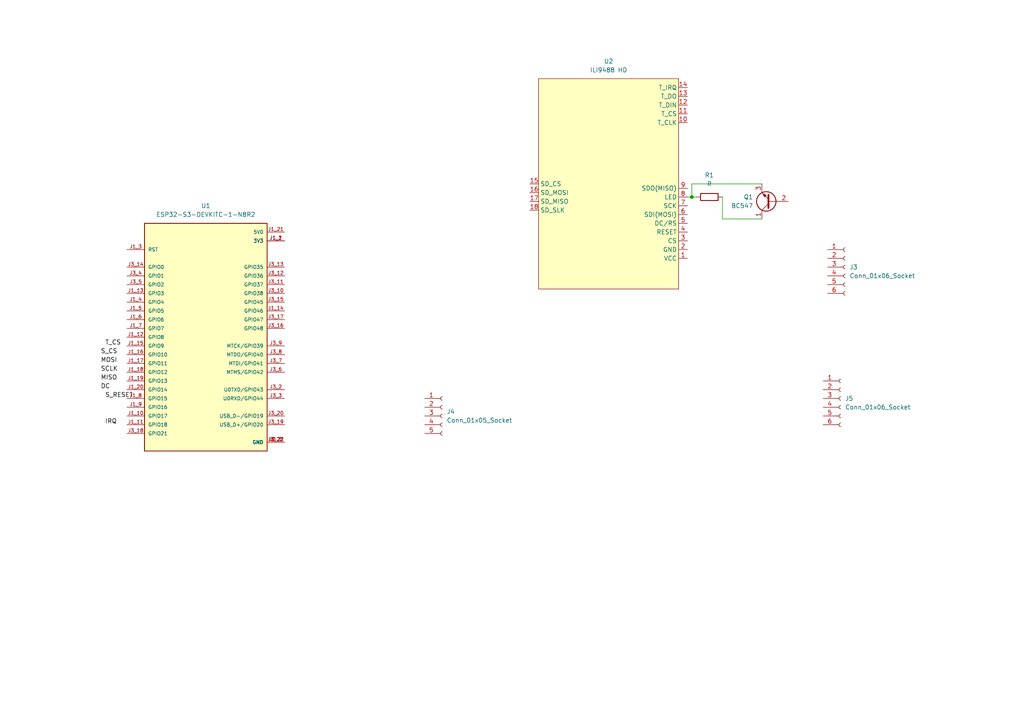
<source format=kicad_sch>
(kicad_sch (version 20250114) (generator "eeschema") (generator_version "9.0")
  (paper "A4")
  (lib_symbols
    (symbol "Connector:Conn_01x05_Socket" (pin_names (offset 1.016) (hide yes))
      (property "Reference" "J" (at 0 7.62 0))
      (property "Value" "Conn_01x05_Socket" (at 0 -7.62 0))
      (symbol "Conn_01x05_Socket_1_1"
        (polyline (pts (xy -1.27 5.08) (xy -0.508 5.08)) (stroke (width 0.1524)))
        (polyline (pts (xy -1.27 2.54) (xy -0.508 2.54)) (stroke (width 0.1524)))
        (polyline (pts (xy -1.27 0) (xy -0.508 0)) (stroke (width 0.1524)))
        (polyline (pts (xy -1.27 -2.54) (xy -0.508 -2.54)) (stroke (width 0.1524)))
        (polyline (pts (xy -1.27 -5.08) (xy -0.508 -5.08)) (stroke (width 0.1524)))
        (arc (start 0 4.572) (mid -0.5058 5.08) (end 0 5.588) (stroke (width 0.1524)))
        (arc (start 0 2.032) (mid -0.5058 2.54) (end 0 3.048) (stroke (width 0.1524)))
        (arc (start 0 -0.508) (mid -0.5058 0) (end 0 0.508) (stroke (width 0.1524)))
        (arc (start 0 -3.048) (mid -0.5058 -2.54) (end 0 -2.032) (stroke (width 0.1524)))
        (arc (start 0 -5.588) (mid -0.5058 -5.08) (end 0 -4.572) (stroke (width 0.1524)))
        (pin passive line (at -5.08 5.08 0) (length 3.81) (name "Pin_1") (number "1"))
        (pin passive line (at -5.08 2.54 0) (length 3.81) (name "Pin_2") (number "2"))
        (pin passive line (at -5.08 0 0) (length 3.81) (name "Pin_3") (number "3"))
        (pin passive line (at -5.08 -2.54 0) (length 3.81) (name "Pin_4") (number "4"))
        (pin passive line (at -5.08 -5.08 0) (length 3.81) (name "Pin_5") (number "5"))
      )
    )
    (symbol "Connector:Conn_01x06_Socket" (pin_names (offset 1.016) (hide yes))
      (property "Reference" "J" (at 0 7.62 0))
      (property "Value" "Conn_01x06_Socket" (at 0 -10.16 0))
      (symbol "Conn_01x06_Socket_1_1"
        (polyline (pts (xy -1.27 5.08) (xy -0.508 5.08)) (stroke (width 0.1524)))
        (polyline (pts (xy -1.27 2.54) (xy -0.508 2.54)) (stroke (width 0.1524)))
        (polyline (pts (xy -1.27 0) (xy -0.508 0)) (stroke (width 0.1524)))
        (polyline (pts (xy -1.27 -2.54) (xy -0.508 -2.54)) (stroke (width 0.1524)))
        (polyline (pts (xy -1.27 -5.08) (xy -0.508 -5.08)) (stroke (width 0.1524)))
        (polyline (pts (xy -1.27 -7.62) (xy -0.508 -7.62)) (stroke (width 0.1524)))
        (arc (start 0 4.572) (mid -0.5058 5.08) (end 0 5.588) (stroke (width 0.1524)))
        (arc (start 0 2.032) (mid -0.5058 2.54) (end 0 3.048) (stroke (width 0.1524)))
        (arc (start 0 -0.508) (mid -0.5058 0) (end 0 0.508) (stroke (width 0.1524)))
        (arc (start 0 -3.048) (mid -0.5058 -2.54) (end 0 -2.032) (stroke (width 0.1524)))
        (arc (start 0 -5.588) (mid -0.5058 -5.08) (end 0 -4.572) (stroke (width 0.1524)))
        (arc (start 0 -8.128) (mid -0.5058 -7.62) (end 0 -7.112) (stroke (width 0.1524)))
        (pin passive line (at -5.08 5.08 0) (length 3.81) (name "Pin_1") (number "1"))
        (pin passive line (at -5.08 2.54 0) (length 3.81) (name "Pin_2") (number "2"))
        (pin passive line (at -5.08 0 0) (length 3.81) (name "Pin_3") (number "3"))
        (pin passive line (at -5.08 -2.54 0) (length 3.81) (name "Pin_4") (number "4"))
        (pin passive line (at -5.08 -5.08 0) (length 3.81) (name "Pin_5") (number "5"))
        (pin passive line (at -5.08 -7.62 0) (length 3.81) (name "Pin_6") (number "6"))
      )
    )
    (symbol "Device:R" (pin_numbers (hide yes)) (pin_names (offset 0))
      (property "Reference" "R" (at 2.032 0 90))
      (property "Value" "R" (at 0 0 90))
      (symbol "R_0_1"
        (rectangle (start -1.016 -2.54) (end 1.016 2.54) (stroke (width 0.254)))
      )
      (symbol "R_1_1"
        (pin passive line (at 0 3.81 270) (length 1.27) (name "~") (number "1"))
        (pin passive line (at 0 -3.81 90) (length 1.27) (name "~") (number "2"))
      )
    )
    (symbol "ESP32-S3-DEVKITC-1-N8R2:ESP32-S3-DEVKITC-1-N8R2" (pin_names (offset 1.016))
      (property "Reference" "U" (at -17.78 35.56 0))
      (property "Value" "ESP32-S3-DEVKITC-1-N8R2" (at -17.78 -35.56 0))
      (symbol "ESP32-S3-DEVKITC-1-N8R2_0_0"
        (rectangle (start -17.78 -33.02) (end 17.78 33.02) (stroke (width 0.254)) (fill (type background)))
        (pin input line (at -22.86 25.4 0) (length 5.08) (name "RST") (number "J1_3"))
        (pin bidirectional line (at -22.86 20.32 0) (length 5.08) (name "GPIO0") (number "J3_14"))
        (pin bidirectional line (at -22.86 17.78 0) (length 5.08) (name "GPIO1") (number "J3_4"))
        (pin bidirectional line (at -22.86 15.24 0) (length 5.08) (name "GPIO2") (number "J3_5"))
        (pin bidirectional line (at -22.86 12.7 0) (length 5.08) (name "GPIO3") (number "J1_13"))
        (pin bidirectional line (at -22.86 10.16 0) (length 5.08) (name "GPIO4") (number "J1_4"))
        (pin bidirectional line (at -22.86 7.62 0) (length 5.08) (name "GPIO5") (number "J1_5"))
        (pin bidirectional line (at -22.86 5.08 0) (length 5.08) (name "GPIO6") (number "J1_6"))
        (pin bidirectional line (at -22.86 2.54 0) (length 5.08) (name "GPIO7") (number "J1_7"))
        (pin bidirectional line (at -22.86 0 0) (length 5.08) (name "GPIO8") (number "J1_12"))
        (pin bidirectional line (at -22.86 -2.54 0) (length 5.08) (name "GPIO9") (number "J1_15"))
        (pin bidirectional line (at -22.86 -5.08 0) (length 5.08) (name "GPIO10") (number "J1_16"))
        (pin bidirectional line (at -22.86 -7.62 0) (length 5.08) (name "GPIO11") (number "J1_17"))
        (pin bidirectional line (at -22.86 -10.16 0) (length 5.08) (name "GPIO12") (number "J1_18"))
        (pin bidirectional line (at -22.86 -12.7 0) (length 5.08) (name "GPIO13") (number "J1_19"))
        (pin bidirectional line (at -22.86 -15.24 0) (length 5.08) (name "GPIO14") (number "J1_20"))
        (pin bidirectional line (at -22.86 -17.78 0) (length 5.08) (name "GPIO15") (number "J1_8"))
        (pin bidirectional line (at -22.86 -20.32 0) (length 5.08) (name "GPIO16") (number "J1_9"))
        (pin bidirectional line (at -22.86 -22.86 0) (length 5.08) (name "GPIO17") (number "J1_10"))
        (pin bidirectional line (at -22.86 -25.4 0) (length 5.08) (name "GPIO18") (number "J1_11"))
        (pin bidirectional line (at -22.86 -27.94 0) (length 5.08) (name "GPIO21") (number "J3_18"))
        (pin power_in line (at 22.86 30.48 180) (length 5.08) (name "5V0") (number "J1_21"))
        (pin power_in line (at 22.86 27.94 180) (length 5.08) (name "3V3") (number "J1_1"))
        (pin power_in line (at 22.86 27.94 180) (length 5.08) (name "3V3") (number "J1_2"))
        (pin bidirectional line (at 22.86 20.32 180) (length 5.08) (name "GPIO35") (number "J3_13"))
        (pin bidirectional line (at 22.86 17.78 180) (length 5.08) (name "GPIO36") (number "J3_12"))
        (pin bidirectional line (at 22.86 15.24 180) (length 5.08) (name "GPIO37") (number "J3_11"))
        (pin bidirectional line (at 22.86 12.7 180) (length 5.08) (name "GPIO38") (number "J3_10"))
        (pin bidirectional line (at 22.86 10.16 180) (length 5.08) (name "GPIO45") (number "J3_15"))
        (pin bidirectional line (at 22.86 7.62 180) (length 5.08) (name "GPIO46") (number "J1_14"))
        (pin bidirectional line (at 22.86 5.08 180) (length 5.08) (name "GPIO47") (number "J3_17"))
        (pin bidirectional line (at 22.86 2.54 180) (length 5.08) (name "GPIO48") (number "J3_16"))
        (pin bidirectional line (at 22.86 -2.54 180) (length 5.08) (name "MTCK/GPIO39") (number "J3_9"))
        (pin bidirectional line (at 22.86 -5.08 180) (length 5.08) (name "MTDO/GPIO40") (number "J3_8"))
        (pin bidirectional line (at 22.86 -7.62 180) (length 5.08) (name "MTDI/GPIO41") (number "J3_7"))
        (pin bidirectional line (at 22.86 -10.16 180) (length 5.08) (name "MTMS/GPIO42") (number "J3_6"))
        (pin bidirectional line (at 22.86 -15.24 180) (length 5.08) (name "U0TXD/GPIO43") (number "J3_2"))
        (pin bidirectional line (at 22.86 -17.78 180) (length 5.08) (name "U0RXD/GPIO44") (number "J3_3"))
        (pin bidirectional line (at 22.86 -22.86 180) (length 5.08) (name "USB_D-/GPIO19") (number "J3_20"))
        (pin bidirectional line (at 22.86 -25.4 180) (length 5.08) (name "USB_D+/GPIO20") (number "J3_19"))
        (pin power_in line (at 22.86 -30.48 180) (length 5.08) (name "GND") (number "J1_22"))
        (pin power_in line (at 22.86 -30.48 180) (length 5.08) (name "GND") (number "J3_1"))
        (pin power_in line (at 22.86 -30.48 180) (length 5.08) (name "GND") (number "J3_21"))
        (pin power_in line (at 22.86 -30.48 180) (length 5.08) (name "GND") (number "J3_22"))
      )
    )
    (symbol "Screen SPI:ILI9488_HD"
      (property "Reference" "U" (at 0 0 0))
      (property "Value" "ILI9488 HD" (at -0.508 -2.54 0))
      (symbol "ILI9488_HD_1_1"
        (rectangle (start -20.32 30.48) (end 20.32 -30.48) (fill (type background)))
        (pin bidirectional line (at -22.86 0 0) (length 2.54) (name "SD_CS") (number "15"))
        (pin bidirectional line (at -22.86 -2.54 0) (length 2.54) (name "SD_MOSI") (number "16"))
        (pin bidirectional line (at -22.86 -5.08 0) (length 2.54) (name "SD_MISO") (number "17"))
        (pin bidirectional line (at -22.86 -7.62 0) (length 2.54) (name "SD_SLK") (number "18"))
        (pin input line (at 22.86 27.94 180) (length 2.54) (name "T_IRQ") (number "14"))
        (pin input line (at 22.86 25.4 180) (length 2.54) (name "T_DO") (number "13"))
        (pin input line (at 22.86 22.86 180) (length 2.54) (name "T_DIN") (number "12"))
        (pin input line (at 22.86 20.32 180) (length 2.54) (name "T_CS") (number "11"))
        (pin input line (at 22.86 17.78 180) (length 2.54) (name "T_CLK") (number "10"))
        (pin input line (at 22.86 -1.27 180) (length 2.54) (name "SDO(MISO)") (number "9"))
        (pin input line (at 22.86 -3.81 180) (length 2.54) (name "LED") (number "8"))
        (pin input line (at 22.86 -6.35 180) (length 2.54) (name "SCK") (number "7"))
        (pin input line (at 22.86 -8.89 180) (length 2.54) (name "SDI(MOSI)") (number "6"))
        (pin input line (at 22.86 -11.43 180) (length 2.54) (name "DC/RS") (number "5"))
        (pin input line (at 22.86 -13.97 180) (length 2.54) (name "RESET") (number "4"))
        (pin input line (at 22.86 -16.51 180) (length 2.54) (name "CS") (number "3"))
        (pin power_in line (at 22.86 -19.05 180) (length 2.54) (name "GND") (number "2"))
        (pin power_in line (at 22.86 -21.59 180) (length 2.54) (name "VCC") (number "1"))
      )
    )
    (symbol "Transistor_BJT:BC547" (pin_names (offset 0) (hide yes))
      (property "Reference" "Q" (at 5.08 1.905 0))
      (property "Value" "BC547" (at 5.08 0 0))
      (symbol "BC547_0_1"
        (polyline (pts (xy -2.54 0) (xy 0.635 0)))
        (polyline (pts (xy 0.635 1.905) (xy 0.635 -1.905)) (stroke (width 0.508)))
        (circle (center 1.27 0) (radius 2.8194) (stroke (width 0.254)))
      )
      (symbol "BC547_1_1"
        (polyline (pts (xy 0.635 0.635) (xy 2.54 2.54)))
        (polyline (pts (xy 0.635 -0.635) (xy 2.54 -2.54)))
        (polyline (pts (xy 1.27 -1.778) (xy 1.778 -1.27) (xy 2.286 -2.286) (xy 1.27 -1.778)) (fill (type outline)))
        (pin input line (at -5.08 0 0) (length 2.54) (name "B") (number "2"))
        (pin passive line (at 2.54 5.08 270) (length 2.54) (name "C") (number "1"))
        (pin passive line (at 2.54 -5.08 90) (length 2.54) (name "E") (number "3"))
      )
    )
  )
  (junction (at 200.66 57.15))
  (wire (pts (xy 199.39 57.15) (xy 200.66 57.15)))
  (wire (pts (xy 200.66 57.15) (xy 201.93 57.15)))
  (wire (pts (xy 209.55 57.15) (xy 209.55 63.5)))
  (wire (pts (xy 209.55 63.5) (xy 220.98 63.5)))
  (wire (pts (xy 220.98 53.34) (xy 200.66 53.34)))
  (wire (pts (xy 200.66 53.34) (xy 200.66 57.15)))
  (label "DC" (at 29.21 113.03 0))
  (label "IRQ" (at 30.48 123.19 0))
  (label "SCLK" (at 29.21 107.95 0))
  (label "S_RESET" (at 30.48 115.57 0))
  (label "MISO" (at 29.21 110.49 0))
  (label "MOSI" (at 29.21 105.41 0))
  (label "S_CS" (at 29.21 102.87 0))
  (label "T_CS" (at 30.48 100.33 0))
  (symbol (lib_id "Connector:Conn_01x05_Socket") (at 128.27 120.65 0) (unit 1)
    (property "Reference" "J4" (at 129.54 119.3799 0) (effects (justify left)))
    (property "Value" "Conn_01x05_Socket" (at 129.54 121.9199 0) (effects (justify left)))
    (property "Footprint" "Connector_PinSocket_2.54mm:PinSocket_1x05_P2.54mm_Vertical" (effects (hide yes)))
    (property "Description" "Generic connector, single row, 01x05, script generated" (effects (hide yes)))
  )
  (symbol (lib_id "ESP32-S3-DEVKITC-1-N8R2:ESP32-S3-DEVKITC-1-N8R2") (at 59.69 97.79 0) (unit 1)
    (property "Reference" "U1" (at 59.69 59.69 0))
    (property "Value" "ESP32-S3-DEVKITC-1-N8R2" (at 59.69 62.23 0))
    (property "Footprint" "ESP32-S3-DEVKITC-1-N8R2:XCVR_ESP32-S3-DEVKITC-1-N8R2" (effects (hide yes)))
    (property "MF" "Espressif Systems" (effects (hide yes)))
    (property "Description_1" "WiFi Development Tools - 802.11 ESP32-S3 general-purpose development board, embeds ESP32-S3-WROOM-1-N8R2, with pin header" (effects (hide yes)))
    (property "Package" "None" (effects (hide yes)))
    (property "Price" "None" (effects (hide yes)))
    (property "Check_prices" "https://www.snapeda.com/parts/ESP32-S3-DEVKITC-1-N8R2/Espressif+Systems/view-part/?ref=eda" (effects (hide yes)))
    (property "STANDARD" "Manufacturer Recommendations" (effects (hide yes)))
    (property "PARTREV" "V1" (effects (hide yes)))
    (property "SnapEDA_Link" "https://www.snapeda.com/parts/ESP32-S3-DEVKITC-1-N8R2/Espressif+Systems/view-part/?ref=snap" (effects (hide yes)))
    (property "MP" "ESP32-S3-DEVKITC-1-N8R2" (effects (hide yes)))
    (property "Availability" "In Stock" (effects (hide yes)))
    (property "MANUFACTURER" "Espressif" (effects (hide yes)))
  )
  (symbol (lib_id "Device:R") (at 205.74 57.15 270) (unit 1)
    (property "Reference" "R1" (at 205.74 50.8 90))
    (property "Value" "R" (at 205.74 53.34 90))
    (property "Description" "Resistor" (effects (hide yes)))
  )
  (symbol (lib_id "Screen SPI:ILI9488_HD") (at 176.53 53.34 0) (unit 1)
    (property "Reference" "U2" (at 176.53 17.78 0))
    (property "Value" "ILI9488 HD" (at 176.53 20.32 0))
  )
  (symbol (lib_id "Transistor_BJT:BC547") (at 223.52 58.42 180) (unit 1)
    (property "Reference" "Q1" (at 218.44 57.1499 0) (effects (justify left)))
    (property "Value" "BC547" (at 218.44 59.6899 0) (effects (justify left)))
    (property "Footprint" "Package_TO_SOT_THT:TO-92_Inline" (effects (hide yes)))
    (property "Datasheet" "https://www.onsemi.com/pub/Collateral/BC550-D.pdf" (effects (hide yes)))
    (property "Description" "0.1A Ic, 45V Vce, Small Signal NPN Transistor, TO-92" (effects (hide yes)))
  )
  (symbol (lib_id "Connector:Conn_01x06_Socket") (at 245.11 77.47 0) (unit 1)
    (property "Reference" "J3" (at 246.38 77.4699 0) (effects (justify left)))
    (property "Value" "Conn_01x06_Socket" (at 246.38 80.0099 0) (effects (justify left)))
    (property "Footprint" "Connector_PinSocket_2.54mm:PinSocket_1x06_P2.54mm_Vertical" (effects (hide yes)))
    (property "Description" "Generic connector, single row, 01x06, script generated" (effects (hide yes)))
  )
  (symbol (lib_id "Connector:Conn_01x06_Socket") (at 243.84 115.57 0) (unit 1)
    (property "Reference" "J5" (at 245.11 115.5699 0) (effects (justify left)))
    (property "Value" "Conn_01x06_Socket" (at 245.11 118.1099 0) (effects (justify left)))
    (property "Footprint" "Connector_PinSocket_2.54mm:PinSocket_1x06_P2.54mm_Vertical" (effects (hide yes)))
    (property "Description" "Generic connector, single row, 01x06, script generated" (effects (hide yes)))
  )
)
</source>
